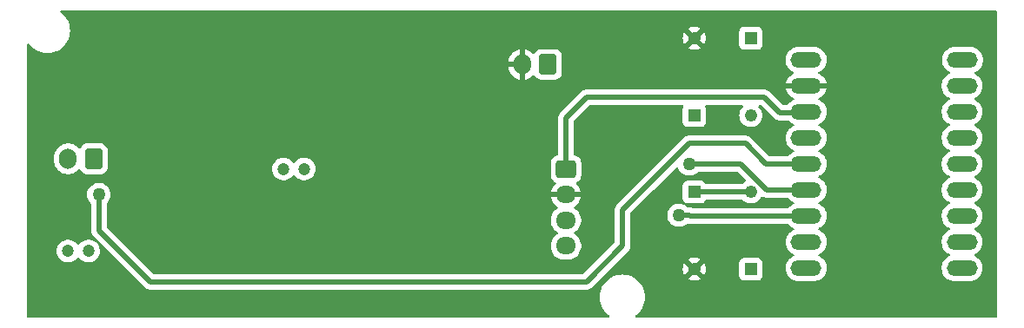
<source format=gbl>
G04 #@! TF.GenerationSoftware,KiCad,Pcbnew,8.0.9*
G04 #@! TF.CreationDate,2025-05-02T01:54:32-05:00*
G04 #@! TF.ProjectId,GSR sensor,47535220-7365-46e7-936f-722e6b696361,rev?*
G04 #@! TF.SameCoordinates,Original*
G04 #@! TF.FileFunction,Copper,L2,Bot*
G04 #@! TF.FilePolarity,Positive*
%FSLAX46Y46*%
G04 Gerber Fmt 4.6, Leading zero omitted, Abs format (unit mm)*
G04 Created by KiCad (PCBNEW 8.0.9) date 2025-05-02 01:54:32*
%MOMM*%
%LPD*%
G01*
G04 APERTURE LIST*
G04 Aperture macros list*
%AMRoundRect*
0 Rectangle with rounded corners*
0 $1 Rounding radius*
0 $2 $3 $4 $5 $6 $7 $8 $9 X,Y pos of 4 corners*
0 Add a 4 corners polygon primitive as box body*
4,1,4,$2,$3,$4,$5,$6,$7,$8,$9,$2,$3,0*
0 Add four circle primitives for the rounded corners*
1,1,$1+$1,$2,$3*
1,1,$1+$1,$4,$5*
1,1,$1+$1,$6,$7*
1,1,$1+$1,$8,$9*
0 Add four rect primitives between the rounded corners*
20,1,$1+$1,$2,$3,$4,$5,0*
20,1,$1+$1,$4,$5,$6,$7,0*
20,1,$1+$1,$6,$7,$8,$9,0*
20,1,$1+$1,$8,$9,$2,$3,0*%
G04 Aperture macros list end*
G04 #@! TA.AperFunction,ComponentPad*
%ADD10C,1.238000*%
G04 #@! TD*
G04 #@! TA.AperFunction,ComponentPad*
%ADD11R,1.238000X1.238000*%
G04 #@! TD*
G04 #@! TA.AperFunction,ComponentPad*
%ADD12O,3.000000X1.520000*%
G04 #@! TD*
G04 #@! TA.AperFunction,ComponentPad*
%ADD13C,1.200000*%
G04 #@! TD*
G04 #@! TA.AperFunction,ComponentPad*
%ADD14RoundRect,0.250000X0.600000X0.750000X-0.600000X0.750000X-0.600000X-0.750000X0.600000X-0.750000X0*%
G04 #@! TD*
G04 #@! TA.AperFunction,ComponentPad*
%ADD15O,1.700000X2.000000*%
G04 #@! TD*
G04 #@! TA.AperFunction,ComponentPad*
%ADD16RoundRect,0.250000X-0.725000X0.600000X-0.725000X-0.600000X0.725000X-0.600000X0.725000X0.600000X0*%
G04 #@! TD*
G04 #@! TA.AperFunction,ComponentPad*
%ADD17O,1.950000X1.700000*%
G04 #@! TD*
G04 #@! TA.AperFunction,ViaPad*
%ADD18C,1.270000*%
G04 #@! TD*
G04 #@! TA.AperFunction,Conductor*
%ADD19C,0.500000*%
G04 #@! TD*
G04 APERTURE END LIST*
D10*
X154000000Y-59731500D03*
D11*
X154000000Y-67268500D03*
D10*
X148500000Y-67268500D03*
D11*
X148500000Y-59731500D03*
D10*
X154000000Y-52268500D03*
D11*
X154000000Y-44731500D03*
D10*
X148500000Y-44731500D03*
D11*
X148500000Y-52268500D03*
D12*
X159381400Y-46839900D03*
X159398400Y-49379900D03*
X159398400Y-51919900D03*
X159398400Y-54459900D03*
X159398400Y-56999900D03*
X159398400Y-59539900D03*
X159398400Y-62079900D03*
X159398400Y-64619900D03*
X159398400Y-67159900D03*
X174584500Y-67159900D03*
X174584500Y-64619900D03*
X174584500Y-62079900D03*
X174584500Y-59539900D03*
X174584500Y-56999900D03*
X174584500Y-54459900D03*
X174584500Y-51919900D03*
X174584500Y-49379900D03*
X174618600Y-46839900D03*
D13*
X108500000Y-57500000D03*
X110500000Y-57500000D03*
D14*
X90000000Y-56500000D03*
D15*
X87500000Y-56500000D03*
D16*
X136000000Y-57500000D03*
D17*
X136000000Y-60000000D03*
X136000000Y-62500000D03*
X136000000Y-65000000D03*
D14*
X134250000Y-47300000D03*
D15*
X131750000Y-47300000D03*
D13*
X87500000Y-65500000D03*
X89500000Y-65500000D03*
D18*
X147000000Y-62000000D03*
X148000000Y-57000000D03*
X90500000Y-60000000D03*
D19*
X156800500Y-52000000D02*
X159318300Y-52000000D01*
X155300500Y-50500000D02*
X156800500Y-52000000D01*
X136000000Y-52500000D02*
X138000000Y-50500000D01*
X138000000Y-50500000D02*
X155300500Y-50500000D01*
X159318300Y-52000000D02*
X159398400Y-51919900D01*
X136000000Y-57500000D02*
X136000000Y-52500000D01*
X148079900Y-62079900D02*
X159398400Y-62079900D01*
X148000000Y-62000000D02*
X148079900Y-62079900D01*
X147000000Y-62000000D02*
X148000000Y-62000000D01*
X153500000Y-55000000D02*
X155500000Y-57000000D01*
X155500100Y-56999900D02*
X159398400Y-56999900D01*
X148000000Y-55000000D02*
X153500000Y-55000000D01*
X141500000Y-61500000D02*
X148000000Y-55000000D01*
X138000000Y-68500000D02*
X141500000Y-65000000D01*
X95500000Y-68500000D02*
X138000000Y-68500000D01*
X155500000Y-57000000D02*
X155500100Y-56999900D01*
X90500000Y-63500000D02*
X95500000Y-68500000D01*
X141500000Y-65000000D02*
X141500000Y-61500000D01*
X90500000Y-60000000D02*
X90500000Y-63500000D01*
X155539900Y-59539900D02*
X159398400Y-59539900D01*
X153000000Y-57000000D02*
X155539900Y-59539900D01*
X148000000Y-57000000D02*
X153000000Y-57000000D01*
X148500000Y-59731500D02*
X154000000Y-59731500D01*
G04 #@! TA.AperFunction,Conductor*
G36*
X177942539Y-42020185D02*
G01*
X177988294Y-42072989D01*
X177999500Y-42124500D01*
X177999500Y-71875500D01*
X177979815Y-71942539D01*
X177927011Y-71988294D01*
X177875500Y-71999500D01*
X142877106Y-71999500D01*
X142810067Y-71979815D01*
X142764312Y-71927011D01*
X142754368Y-71857853D01*
X142783393Y-71794297D01*
X142808215Y-71772398D01*
X142842455Y-71749519D01*
X143059327Y-71559327D01*
X143249520Y-71342454D01*
X143409778Y-71102611D01*
X143537359Y-70843902D01*
X143630081Y-70570753D01*
X143686356Y-70287839D01*
X143705222Y-70000000D01*
X143686356Y-69712161D01*
X143630081Y-69429247D01*
X143537359Y-69156098D01*
X143409778Y-68897389D01*
X143249520Y-68657546D01*
X143059327Y-68440672D01*
X142842452Y-68250478D01*
X142602613Y-68090223D01*
X142602606Y-68090219D01*
X142343905Y-67962642D01*
X142070760Y-67869921D01*
X142070754Y-67869919D01*
X142070753Y-67869919D01*
X142070751Y-67869918D01*
X142070745Y-67869917D01*
X141787849Y-67813646D01*
X141787839Y-67813644D01*
X141500000Y-67794778D01*
X141212161Y-67813644D01*
X141212155Y-67813645D01*
X141212150Y-67813646D01*
X140929254Y-67869917D01*
X140929239Y-67869921D01*
X140656094Y-67962642D01*
X140397393Y-68090219D01*
X140397386Y-68090223D01*
X140157547Y-68250478D01*
X139940672Y-68440672D01*
X139750478Y-68657547D01*
X139590223Y-68897386D01*
X139590219Y-68897393D01*
X139462642Y-69156094D01*
X139369921Y-69429239D01*
X139369917Y-69429254D01*
X139313646Y-69712150D01*
X139313644Y-69712162D01*
X139294778Y-70000000D01*
X139313644Y-70287837D01*
X139313646Y-70287849D01*
X139369917Y-70570745D01*
X139369921Y-70570760D01*
X139462642Y-70843905D01*
X139590219Y-71102606D01*
X139590223Y-71102613D01*
X139750478Y-71342452D01*
X139940672Y-71559327D01*
X140157544Y-71749519D01*
X140191785Y-71772398D01*
X140236590Y-71826010D01*
X140245297Y-71895335D01*
X140215142Y-71958363D01*
X140155699Y-71995082D01*
X140122894Y-71999500D01*
X83624500Y-71999500D01*
X83557461Y-71979815D01*
X83511706Y-71927011D01*
X83500500Y-71875500D01*
X83500500Y-65499999D01*
X86394785Y-65499999D01*
X86394785Y-65500000D01*
X86413602Y-65703082D01*
X86469417Y-65899247D01*
X86469422Y-65899260D01*
X86560327Y-66081821D01*
X86683237Y-66244581D01*
X86833958Y-66381980D01*
X86833960Y-66381982D01*
X86874631Y-66407164D01*
X87007363Y-66489348D01*
X87197544Y-66563024D01*
X87398024Y-66600500D01*
X87398026Y-66600500D01*
X87601974Y-66600500D01*
X87601976Y-66600500D01*
X87802456Y-66563024D01*
X87992637Y-66489348D01*
X88166041Y-66381981D01*
X88297084Y-66262520D01*
X88316762Y-66244581D01*
X88346123Y-66205702D01*
X88401046Y-66132970D01*
X88457155Y-66091335D01*
X88526867Y-66086644D01*
X88588049Y-66120386D01*
X88598951Y-66132967D01*
X88615628Y-66155051D01*
X88683237Y-66244581D01*
X88833958Y-66381980D01*
X88833960Y-66381982D01*
X88874631Y-66407164D01*
X89007363Y-66489348D01*
X89197544Y-66563024D01*
X89398024Y-66600500D01*
X89398026Y-66600500D01*
X89601974Y-66600500D01*
X89601976Y-66600500D01*
X89802456Y-66563024D01*
X89992637Y-66489348D01*
X90166041Y-66381981D01*
X90297084Y-66262520D01*
X90316762Y-66244581D01*
X90346119Y-66205706D01*
X90439673Y-66081821D01*
X90530582Y-65899250D01*
X90586397Y-65703083D01*
X90605215Y-65500000D01*
X90591825Y-65355501D01*
X90586397Y-65296917D01*
X90564204Y-65218917D01*
X90530582Y-65100750D01*
X90517221Y-65073918D01*
X90486272Y-65011764D01*
X90439673Y-64918179D01*
X90316764Y-64755421D01*
X90316762Y-64755418D01*
X90166041Y-64618019D01*
X90166039Y-64618017D01*
X89992642Y-64510655D01*
X89992635Y-64510651D01*
X89897546Y-64473814D01*
X89802456Y-64436976D01*
X89601976Y-64399500D01*
X89398024Y-64399500D01*
X89197544Y-64436976D01*
X89197541Y-64436976D01*
X89197541Y-64436977D01*
X89007364Y-64510651D01*
X89007357Y-64510655D01*
X88833960Y-64618017D01*
X88833958Y-64618019D01*
X88683237Y-64755419D01*
X88598954Y-64867028D01*
X88542845Y-64908664D01*
X88473133Y-64913355D01*
X88411951Y-64879613D01*
X88401046Y-64867028D01*
X88316762Y-64755419D01*
X88166041Y-64618019D01*
X88166039Y-64618017D01*
X87992642Y-64510655D01*
X87992635Y-64510651D01*
X87897546Y-64473814D01*
X87802456Y-64436976D01*
X87601976Y-64399500D01*
X87398024Y-64399500D01*
X87197544Y-64436976D01*
X87197541Y-64436976D01*
X87197541Y-64436977D01*
X87007364Y-64510651D01*
X87007357Y-64510655D01*
X86833960Y-64618017D01*
X86833958Y-64618019D01*
X86683237Y-64755418D01*
X86560327Y-64918178D01*
X86469422Y-65100739D01*
X86469417Y-65100752D01*
X86413602Y-65296917D01*
X86394785Y-65499999D01*
X83500500Y-65499999D01*
X83500500Y-59999999D01*
X89359635Y-59999999D01*
X89359635Y-60000000D01*
X89379051Y-60209537D01*
X89379051Y-60209539D01*
X89379052Y-60209542D01*
X89432778Y-60398370D01*
X89436642Y-60411950D01*
X89526709Y-60592828D01*
X89530442Y-60600325D01*
X89641500Y-60747390D01*
X89657261Y-60768260D01*
X89709038Y-60815461D01*
X89745319Y-60875172D01*
X89749500Y-60907098D01*
X89749500Y-63573918D01*
X89749500Y-63573920D01*
X89749499Y-63573920D01*
X89778340Y-63718907D01*
X89778343Y-63718917D01*
X89834913Y-63855490D01*
X89834916Y-63855495D01*
X89848722Y-63876156D01*
X89848723Y-63876161D01*
X89848725Y-63876161D01*
X89911355Y-63969896D01*
X89917049Y-63978417D01*
X95021586Y-69082954D01*
X95051058Y-69102645D01*
X95095270Y-69132186D01*
X95144505Y-69165084D01*
X95144506Y-69165084D01*
X95144507Y-69165085D01*
X95144509Y-69165086D01*
X95281082Y-69221656D01*
X95281087Y-69221658D01*
X95281091Y-69221658D01*
X95281092Y-69221659D01*
X95426079Y-69250500D01*
X95426082Y-69250500D01*
X138073920Y-69250500D01*
X138171462Y-69231096D01*
X138218913Y-69221658D01*
X138355495Y-69165084D01*
X138404729Y-69132186D01*
X138404734Y-69132183D01*
X138429071Y-69115921D01*
X138478416Y-69082952D01*
X140292868Y-67268499D01*
X147376206Y-67268499D01*
X147376206Y-67268500D01*
X147395340Y-67474992D01*
X147452094Y-67674464D01*
X147544529Y-67860098D01*
X147544532Y-67860102D01*
X147548968Y-67865976D01*
X147548970Y-67865976D01*
X148135000Y-67279946D01*
X148135000Y-67316553D01*
X148159874Y-67409385D01*
X148207927Y-67492616D01*
X148275884Y-67560573D01*
X148359115Y-67608626D01*
X148451947Y-67633500D01*
X148488553Y-67633500D01*
X147905509Y-68216541D01*
X147905510Y-68216542D01*
X147999078Y-68274477D01*
X147999084Y-68274479D01*
X148192460Y-68349393D01*
X148396311Y-68387500D01*
X148603689Y-68387500D01*
X148807538Y-68349393D01*
X148807539Y-68349393D01*
X149000917Y-68274479D01*
X149000918Y-68274478D01*
X149094489Y-68216541D01*
X148511448Y-67633500D01*
X148548053Y-67633500D01*
X148640885Y-67608626D01*
X148724116Y-67560573D01*
X148792073Y-67492616D01*
X148840126Y-67409385D01*
X148865000Y-67316553D01*
X148865000Y-67279947D01*
X149451029Y-67865976D01*
X149451030Y-67865976D01*
X149455465Y-67860106D01*
X149547905Y-67674464D01*
X149604659Y-67474992D01*
X149623794Y-67268500D01*
X149623794Y-67268499D01*
X149604659Y-67062007D01*
X149547905Y-66862535D01*
X149455467Y-66676897D01*
X149451029Y-66671022D01*
X148865000Y-67257051D01*
X148865000Y-67220447D01*
X148840126Y-67127615D01*
X148792073Y-67044384D01*
X148724116Y-66976427D01*
X148640885Y-66928374D01*
X148548053Y-66903500D01*
X148511447Y-66903500D01*
X148813311Y-66601635D01*
X152880500Y-66601635D01*
X152880500Y-67935370D01*
X152880501Y-67935376D01*
X152886908Y-67994983D01*
X152937202Y-68129828D01*
X152937206Y-68129835D01*
X153023452Y-68245044D01*
X153023455Y-68245047D01*
X153138664Y-68331293D01*
X153138671Y-68331297D01*
X153273517Y-68381591D01*
X153273516Y-68381591D01*
X153280444Y-68382335D01*
X153333127Y-68388000D01*
X154666872Y-68387999D01*
X154726483Y-68381591D01*
X154861331Y-68331296D01*
X154976546Y-68245046D01*
X155062796Y-68129831D01*
X155113091Y-67994983D01*
X155119500Y-67935373D01*
X155119499Y-66601628D01*
X155113091Y-66542017D01*
X155097141Y-66499254D01*
X155062797Y-66407171D01*
X155062793Y-66407164D01*
X154976547Y-66291955D01*
X154976544Y-66291952D01*
X154861335Y-66205706D01*
X154861328Y-66205702D01*
X154726482Y-66155408D01*
X154726483Y-66155408D01*
X154666883Y-66149001D01*
X154666881Y-66149000D01*
X154666873Y-66149000D01*
X154666864Y-66149000D01*
X153333129Y-66149000D01*
X153333123Y-66149001D01*
X153273516Y-66155408D01*
X153138671Y-66205702D01*
X153138664Y-66205706D01*
X153023455Y-66291952D01*
X153023452Y-66291955D01*
X152937206Y-66407164D01*
X152937202Y-66407171D01*
X152886908Y-66542017D01*
X152884650Y-66563024D01*
X152880501Y-66601623D01*
X152880500Y-66601635D01*
X148813311Y-66601635D01*
X149094489Y-66320457D01*
X149094488Y-66320456D01*
X149000921Y-66262523D01*
X149000915Y-66262520D01*
X148807539Y-66187606D01*
X148603689Y-66149500D01*
X148396311Y-66149500D01*
X148192461Y-66187606D01*
X148192460Y-66187606D01*
X147999084Y-66262520D01*
X147999081Y-66262521D01*
X147905509Y-66320457D01*
X148488554Y-66903500D01*
X148451947Y-66903500D01*
X148359115Y-66928374D01*
X148275884Y-66976427D01*
X148207927Y-67044384D01*
X148159874Y-67127615D01*
X148135000Y-67220447D01*
X148135000Y-67257052D01*
X147548969Y-66671021D01*
X147548968Y-66671021D01*
X147544533Y-66676894D01*
X147452094Y-66862535D01*
X147395340Y-67062007D01*
X147376206Y-67268499D01*
X140292868Y-67268499D01*
X142082951Y-65478416D01*
X142165084Y-65355495D01*
X142221658Y-65218913D01*
X142241170Y-65120821D01*
X142250500Y-65073918D01*
X142250500Y-61862229D01*
X142270185Y-61795190D01*
X142286819Y-61774548D01*
X144503997Y-59557370D01*
X146723819Y-57337547D01*
X146785140Y-57304064D01*
X146854832Y-57309048D01*
X146910765Y-57350920D01*
X146930764Y-57391294D01*
X146936640Y-57411947D01*
X146936641Y-57411948D01*
X147015009Y-57569331D01*
X147030442Y-57600325D01*
X147157260Y-57768259D01*
X147303481Y-57901557D01*
X147312776Y-57910030D01*
X147312778Y-57910032D01*
X147491692Y-58020811D01*
X147491698Y-58020814D01*
X147533268Y-58036918D01*
X147687924Y-58096832D01*
X147894780Y-58135500D01*
X147894782Y-58135500D01*
X148105218Y-58135500D01*
X148105220Y-58135500D01*
X148312076Y-58096832D01*
X148508304Y-58020813D01*
X148687223Y-57910031D01*
X148784821Y-57821059D01*
X148826721Y-57782863D01*
X148889525Y-57752246D01*
X148910259Y-57750500D01*
X152637770Y-57750500D01*
X152704809Y-57770185D01*
X152725451Y-57786819D01*
X153489969Y-58551337D01*
X153523454Y-58612660D01*
X153518470Y-58682352D01*
X153476598Y-58738285D01*
X153467566Y-58744445D01*
X153322461Y-58834291D01*
X153322460Y-58834292D01*
X153197029Y-58948637D01*
X153134227Y-58979254D01*
X153113492Y-58981000D01*
X149690229Y-58981000D01*
X149623190Y-58961315D01*
X149577435Y-58908511D01*
X149574047Y-58900333D01*
X149562797Y-58870171D01*
X149562793Y-58870164D01*
X149476547Y-58754955D01*
X149476544Y-58754952D01*
X149361335Y-58668706D01*
X149361328Y-58668702D01*
X149226482Y-58618408D01*
X149226483Y-58618408D01*
X149166883Y-58612001D01*
X149166881Y-58612000D01*
X149166873Y-58612000D01*
X149166864Y-58612000D01*
X147833129Y-58612000D01*
X147833123Y-58612001D01*
X147773516Y-58618408D01*
X147638671Y-58668702D01*
X147638664Y-58668706D01*
X147523455Y-58754952D01*
X147523452Y-58754955D01*
X147437206Y-58870164D01*
X147437202Y-58870171D01*
X147386908Y-59005017D01*
X147380501Y-59064616D01*
X147380500Y-59064635D01*
X147380500Y-60398370D01*
X147380501Y-60398376D01*
X147386908Y-60457983D01*
X147437202Y-60592828D01*
X147437206Y-60592835D01*
X147523452Y-60708044D01*
X147523455Y-60708047D01*
X147567681Y-60741155D01*
X147609552Y-60797089D01*
X147613585Y-60853491D01*
X147652836Y-60827325D01*
X147722696Y-60826151D01*
X147733098Y-60829516D01*
X147773517Y-60844591D01*
X147773516Y-60844591D01*
X147780444Y-60845335D01*
X147833127Y-60851000D01*
X149166872Y-60850999D01*
X149226483Y-60844591D01*
X149361331Y-60794296D01*
X149476546Y-60708046D01*
X149562796Y-60592831D01*
X149564572Y-60588066D01*
X149574047Y-60562667D01*
X149615918Y-60506733D01*
X149681383Y-60482316D01*
X149690229Y-60482000D01*
X153113492Y-60482000D01*
X153180531Y-60501685D01*
X153197026Y-60514359D01*
X153322460Y-60628708D01*
X153322462Y-60628709D01*
X153322463Y-60628710D01*
X153498854Y-60737927D01*
X153498860Y-60737930D01*
X153507185Y-60741155D01*
X153692322Y-60812877D01*
X153896263Y-60851000D01*
X153896265Y-60851000D01*
X154103735Y-60851000D01*
X154103737Y-60851000D01*
X154307678Y-60812877D01*
X154501142Y-60737929D01*
X154677540Y-60628708D01*
X154830865Y-60488933D01*
X154955896Y-60323366D01*
X154994394Y-60246050D01*
X155041894Y-60194815D01*
X155109557Y-60177393D01*
X155174283Y-60198220D01*
X155184405Y-60204984D01*
X155184406Y-60204984D01*
X155184407Y-60204985D01*
X155184409Y-60204986D01*
X155293083Y-60250000D01*
X155320987Y-60261558D01*
X155320991Y-60261558D01*
X155320992Y-60261559D01*
X155465979Y-60290400D01*
X155465982Y-60290400D01*
X155465983Y-60290400D01*
X155613817Y-60290400D01*
X157582424Y-60290400D01*
X157649463Y-60310085D01*
X157682742Y-60341515D01*
X157696938Y-60361054D01*
X157696942Y-60361059D01*
X157696944Y-60361061D01*
X157837239Y-60501356D01*
X157997754Y-60617977D01*
X158114035Y-60677224D01*
X158157586Y-60699415D01*
X158208382Y-60747390D01*
X158225177Y-60815211D01*
X158202640Y-60881346D01*
X158157586Y-60920385D01*
X157997752Y-61001824D01*
X157997749Y-61001826D01*
X157911655Y-61064377D01*
X157837239Y-61118444D01*
X157837237Y-61118446D01*
X157837236Y-61118446D01*
X157696942Y-61258740D01*
X157696938Y-61258745D01*
X157682742Y-61278285D01*
X157627412Y-61320951D01*
X157582424Y-61329400D01*
X148366843Y-61329400D01*
X148319390Y-61319961D01*
X148218913Y-61278342D01*
X148218907Y-61278340D01*
X148073920Y-61249500D01*
X148073918Y-61249500D01*
X147910259Y-61249500D01*
X147843220Y-61229815D01*
X147826721Y-61217137D01*
X147687222Y-61089968D01*
X147624488Y-61051125D01*
X147577852Y-60999097D01*
X147567605Y-60935443D01*
X147519727Y-60961587D01*
X147450035Y-60956602D01*
X147448576Y-60956048D01*
X147334226Y-60911749D01*
X147312076Y-60903168D01*
X147105220Y-60864500D01*
X146894780Y-60864500D01*
X146687924Y-60903168D01*
X146687921Y-60903168D01*
X146687921Y-60903169D01*
X146491698Y-60979185D01*
X146491692Y-60979188D01*
X146312779Y-61089967D01*
X146157261Y-61231739D01*
X146030442Y-61399674D01*
X145936642Y-61588049D01*
X145879051Y-61790462D01*
X145859635Y-61999999D01*
X145859635Y-62000000D01*
X145879051Y-62209537D01*
X145879051Y-62209539D01*
X145879052Y-62209542D01*
X145936641Y-62411947D01*
X146030442Y-62600325D01*
X146157260Y-62768259D01*
X146302938Y-62901062D01*
X146312776Y-62910030D01*
X146312778Y-62910032D01*
X146491692Y-63020811D01*
X146491698Y-63020814D01*
X146533268Y-63036918D01*
X146687924Y-63096832D01*
X146894780Y-63135500D01*
X146894782Y-63135500D01*
X147105218Y-63135500D01*
X147105220Y-63135500D01*
X147312076Y-63096832D01*
X147508304Y-63020813D01*
X147687223Y-62910031D01*
X147769730Y-62834815D01*
X147832533Y-62804198D01*
X147877452Y-62804833D01*
X147971993Y-62823639D01*
X147994652Y-62828146D01*
X148005981Y-62830400D01*
X148005982Y-62830400D01*
X148005983Y-62830400D01*
X148153818Y-62830400D01*
X157582424Y-62830400D01*
X157649463Y-62850085D01*
X157682742Y-62881515D01*
X157696938Y-62901054D01*
X157696942Y-62901059D01*
X157696944Y-62901061D01*
X157837239Y-63041356D01*
X157997754Y-63157977D01*
X158114035Y-63217224D01*
X158157586Y-63239415D01*
X158208382Y-63287390D01*
X158225177Y-63355211D01*
X158202640Y-63421346D01*
X158157586Y-63460385D01*
X157997752Y-63541824D01*
X157997749Y-63541826D01*
X157953579Y-63573918D01*
X157837239Y-63658444D01*
X157837237Y-63658446D01*
X157837236Y-63658446D01*
X157696946Y-63798736D01*
X157696946Y-63798737D01*
X157696944Y-63798739D01*
X157659470Y-63850318D01*
X157580326Y-63959249D01*
X157580324Y-63959252D01*
X157490250Y-64136031D01*
X157459593Y-64230384D01*
X157428937Y-64324732D01*
X157428936Y-64324735D01*
X157428936Y-64324737D01*
X157397900Y-64520690D01*
X157397900Y-64719109D01*
X157425555Y-64893713D01*
X157428937Y-64915068D01*
X157475540Y-65058496D01*
X157490250Y-65103768D01*
X157498940Y-65120822D01*
X157580323Y-65280546D01*
X157696944Y-65441061D01*
X157837239Y-65581356D01*
X157997754Y-65697977D01*
X158114035Y-65757224D01*
X158157586Y-65779415D01*
X158208382Y-65827390D01*
X158225177Y-65895211D01*
X158202640Y-65961346D01*
X158157586Y-66000385D01*
X157997752Y-66081824D01*
X157997749Y-66081826D01*
X157927355Y-66132971D01*
X157837239Y-66198444D01*
X157837237Y-66198446D01*
X157837236Y-66198446D01*
X157696946Y-66338736D01*
X157696946Y-66338737D01*
X157696944Y-66338739D01*
X157665528Y-66381980D01*
X157580326Y-66499249D01*
X157580324Y-66499252D01*
X157490250Y-66676031D01*
X157489970Y-66676894D01*
X157428937Y-66864732D01*
X157428936Y-66864735D01*
X157428936Y-66864737D01*
X157397900Y-67060690D01*
X157397900Y-67259109D01*
X157428936Y-67455062D01*
X157428937Y-67455068D01*
X157463218Y-67560573D01*
X157490250Y-67643768D01*
X157544124Y-67749500D01*
X157580323Y-67820546D01*
X157696944Y-67981061D01*
X157837239Y-68121356D01*
X157997754Y-68237977D01*
X158111200Y-68295780D01*
X158174531Y-68328049D01*
X158174533Y-68328049D01*
X158174536Y-68328051D01*
X158363232Y-68389363D01*
X158461214Y-68404881D01*
X158559191Y-68420400D01*
X158559196Y-68420400D01*
X160237609Y-68420400D01*
X160326678Y-68406292D01*
X160433568Y-68389363D01*
X160622264Y-68328051D01*
X160799046Y-68237977D01*
X160959561Y-68121356D01*
X161099856Y-67981061D01*
X161216477Y-67820546D01*
X161306551Y-67643764D01*
X161367863Y-67455068D01*
X161397412Y-67268501D01*
X161398900Y-67259109D01*
X161398900Y-67060690D01*
X161381970Y-66953806D01*
X161367863Y-66864732D01*
X161306551Y-66676036D01*
X161306549Y-66676033D01*
X161306549Y-66676031D01*
X161268636Y-66601623D01*
X161216477Y-66499254D01*
X161099856Y-66338739D01*
X160959561Y-66198444D01*
X160799046Y-66081823D01*
X160639212Y-66000384D01*
X160588417Y-65952411D01*
X160571622Y-65884590D01*
X160594159Y-65818455D01*
X160639213Y-65779415D01*
X160799046Y-65697977D01*
X160959561Y-65581356D01*
X161099856Y-65441061D01*
X161216477Y-65280546D01*
X161306551Y-65103764D01*
X161367863Y-64915068D01*
X161384792Y-64808178D01*
X161398900Y-64719109D01*
X161398900Y-64520690D01*
X161379705Y-64399500D01*
X161367863Y-64324732D01*
X161306551Y-64136036D01*
X161306549Y-64136033D01*
X161306549Y-64136031D01*
X161274280Y-64072700D01*
X161216477Y-63959254D01*
X161099856Y-63798739D01*
X160959561Y-63658444D01*
X160799046Y-63541823D01*
X160639212Y-63460384D01*
X160588417Y-63412411D01*
X160571622Y-63344590D01*
X160594159Y-63278455D01*
X160639213Y-63239415D01*
X160666619Y-63225451D01*
X160799046Y-63157977D01*
X160959561Y-63041356D01*
X161099856Y-62901061D01*
X161216477Y-62740546D01*
X161306551Y-62563764D01*
X161367863Y-62375068D01*
X161384792Y-62268178D01*
X161398900Y-62179109D01*
X161398900Y-61980690D01*
X161369042Y-61792179D01*
X161367863Y-61784732D01*
X161306551Y-61596036D01*
X161306549Y-61596033D01*
X161306549Y-61596031D01*
X161242277Y-61469890D01*
X161216477Y-61419254D01*
X161099856Y-61258739D01*
X160959561Y-61118444D01*
X160799046Y-61001823D01*
X160639212Y-60920384D01*
X160588417Y-60872411D01*
X160571622Y-60804590D01*
X160594159Y-60738455D01*
X160639213Y-60699415D01*
X160799046Y-60617977D01*
X160959561Y-60501356D01*
X161099856Y-60361061D01*
X161216477Y-60200546D01*
X161306551Y-60023764D01*
X161367863Y-59835068D01*
X161387934Y-59708343D01*
X161398900Y-59639109D01*
X161398900Y-59440690D01*
X161375419Y-59292442D01*
X161367863Y-59244732D01*
X161306551Y-59056036D01*
X161306549Y-59056033D01*
X161306549Y-59056031D01*
X161264467Y-58973441D01*
X161216477Y-58879254D01*
X161099856Y-58718739D01*
X160959561Y-58578444D01*
X160799046Y-58461823D01*
X160639212Y-58380384D01*
X160588417Y-58332411D01*
X160571622Y-58264590D01*
X160594159Y-58198455D01*
X160639213Y-58159415D01*
X160657656Y-58150018D01*
X160799046Y-58077977D01*
X160959561Y-57961356D01*
X161099856Y-57821061D01*
X161216477Y-57660546D01*
X161306551Y-57483764D01*
X161367863Y-57295068D01*
X161387923Y-57168412D01*
X161398900Y-57099109D01*
X161398900Y-56900690D01*
X161375891Y-56755419D01*
X161367863Y-56704732D01*
X161306551Y-56516036D01*
X161306549Y-56516033D01*
X161306549Y-56516031D01*
X161263398Y-56431342D01*
X161216477Y-56339254D01*
X161099856Y-56178739D01*
X160959561Y-56038444D01*
X160799046Y-55921823D01*
X160639212Y-55840384D01*
X160588417Y-55792411D01*
X160571622Y-55724590D01*
X160594159Y-55658455D01*
X160639213Y-55619415D01*
X160799046Y-55537977D01*
X160959561Y-55421356D01*
X161099856Y-55281061D01*
X161216477Y-55120546D01*
X161306551Y-54943764D01*
X161367863Y-54755068D01*
X161384792Y-54648178D01*
X161398900Y-54559109D01*
X161398900Y-54360690D01*
X161381289Y-54249500D01*
X161367863Y-54164732D01*
X161306551Y-53976036D01*
X161306549Y-53976033D01*
X161306549Y-53976031D01*
X161274280Y-53912700D01*
X161216477Y-53799254D01*
X161099856Y-53638739D01*
X160959561Y-53498444D01*
X160799046Y-53381823D01*
X160639212Y-53300384D01*
X160588417Y-53252411D01*
X160571622Y-53184590D01*
X160594159Y-53118455D01*
X160639213Y-53079415D01*
X160799046Y-52997977D01*
X160959561Y-52881356D01*
X161099856Y-52741061D01*
X161216477Y-52580546D01*
X161306551Y-52403764D01*
X161367863Y-52215068D01*
X161386837Y-52095268D01*
X161398900Y-52019109D01*
X161398900Y-51820690D01*
X161376083Y-51676633D01*
X161367863Y-51624732D01*
X161306551Y-51436036D01*
X161306549Y-51436033D01*
X161306549Y-51436031D01*
X161233138Y-51291954D01*
X161216477Y-51259254D01*
X161099856Y-51098739D01*
X160959561Y-50958444D01*
X160799046Y-50841823D01*
X160638662Y-50760104D01*
X160587866Y-50712129D01*
X160571071Y-50644309D01*
X160593608Y-50578174D01*
X160638662Y-50539134D01*
X160798787Y-50457545D01*
X160959228Y-50340979D01*
X160959233Y-50340975D01*
X161099475Y-50200733D01*
X161099479Y-50200728D01*
X161216045Y-50040287D01*
X161306088Y-49863572D01*
X161306090Y-49863566D01*
X161367374Y-49674949D01*
X161374509Y-49629900D01*
X159781991Y-49629900D01*
X159824442Y-49556373D01*
X159855600Y-49440092D01*
X159855600Y-49319708D01*
X159845145Y-49280690D01*
X172584000Y-49280690D01*
X172584000Y-49479109D01*
X172607883Y-49629900D01*
X172615037Y-49675068D01*
X172648594Y-49778343D01*
X172676350Y-49863768D01*
X172703500Y-49917052D01*
X172766423Y-50040546D01*
X172883044Y-50201061D01*
X173023339Y-50341356D01*
X173183854Y-50457977D01*
X173300135Y-50517224D01*
X173343686Y-50539415D01*
X173394482Y-50587390D01*
X173411277Y-50655211D01*
X173388740Y-50721346D01*
X173343686Y-50760385D01*
X173183852Y-50841824D01*
X173183849Y-50841826D01*
X173097755Y-50904377D01*
X173023339Y-50958444D01*
X173023337Y-50958446D01*
X173023336Y-50958446D01*
X172883046Y-51098736D01*
X172883046Y-51098737D01*
X172883044Y-51098739D01*
X172828977Y-51173155D01*
X172766426Y-51259249D01*
X172766424Y-51259252D01*
X172676350Y-51436031D01*
X172645693Y-51530384D01*
X172615037Y-51624732D01*
X172615036Y-51624735D01*
X172615036Y-51624737D01*
X172584000Y-51820690D01*
X172584000Y-52019109D01*
X172615036Y-52215062D01*
X172615037Y-52215068D01*
X172636490Y-52281092D01*
X172676350Y-52403768D01*
X172737521Y-52523822D01*
X172766423Y-52580546D01*
X172883044Y-52741061D01*
X173023339Y-52881356D01*
X173183854Y-52997977D01*
X173300135Y-53057224D01*
X173343686Y-53079415D01*
X173394482Y-53127390D01*
X173411277Y-53195211D01*
X173388740Y-53261346D01*
X173343686Y-53300385D01*
X173183852Y-53381824D01*
X173183849Y-53381826D01*
X173097755Y-53444377D01*
X173023339Y-53498444D01*
X173023337Y-53498446D01*
X173023336Y-53498446D01*
X172883046Y-53638736D01*
X172883046Y-53638737D01*
X172883044Y-53638739D01*
X172828977Y-53713155D01*
X172766426Y-53799249D01*
X172766424Y-53799252D01*
X172676350Y-53976031D01*
X172645693Y-54070384D01*
X172615037Y-54164732D01*
X172615036Y-54164735D01*
X172615036Y-54164737D01*
X172584000Y-54360690D01*
X172584000Y-54559109D01*
X172615036Y-54755062D01*
X172615037Y-54755068D01*
X172661640Y-54898496D01*
X172676350Y-54943768D01*
X172721691Y-55032754D01*
X172766423Y-55120546D01*
X172883044Y-55281061D01*
X173023339Y-55421356D01*
X173183854Y-55537977D01*
X173300087Y-55597200D01*
X173343686Y-55619415D01*
X173394482Y-55667390D01*
X173411277Y-55735211D01*
X173388740Y-55801346D01*
X173343686Y-55840385D01*
X173183852Y-55921824D01*
X173183849Y-55921826D01*
X173104899Y-55979187D01*
X173023339Y-56038444D01*
X173023337Y-56038446D01*
X173023336Y-56038446D01*
X172883046Y-56178736D01*
X172883046Y-56178737D01*
X172883044Y-56178739D01*
X172856564Y-56215186D01*
X172766426Y-56339249D01*
X172766424Y-56339252D01*
X172676350Y-56516031D01*
X172655350Y-56580663D01*
X172615037Y-56704732D01*
X172615036Y-56704735D01*
X172615036Y-56704737D01*
X172584000Y-56900690D01*
X172584000Y-57099109D01*
X172601491Y-57209542D01*
X172615037Y-57295068D01*
X172650040Y-57402795D01*
X172676350Y-57483768D01*
X172726887Y-57582952D01*
X172766423Y-57660546D01*
X172883044Y-57821061D01*
X173023339Y-57961356D01*
X173183854Y-58077977D01*
X173291787Y-58132971D01*
X173343686Y-58159415D01*
X173394482Y-58207390D01*
X173411277Y-58275211D01*
X173388740Y-58341346D01*
X173343686Y-58380385D01*
X173183852Y-58461824D01*
X173183849Y-58461826D01*
X173145969Y-58489348D01*
X173023339Y-58578444D01*
X173023337Y-58578446D01*
X173023336Y-58578446D01*
X172883046Y-58718736D01*
X172883046Y-58718737D01*
X172883044Y-58718739D01*
X172856732Y-58754955D01*
X172766426Y-58879249D01*
X172766424Y-58879252D01*
X172676350Y-59056031D01*
X172655390Y-59120540D01*
X172615037Y-59244732D01*
X172615036Y-59244735D01*
X172615036Y-59244737D01*
X172584000Y-59440690D01*
X172584000Y-59639109D01*
X172607972Y-59790462D01*
X172615037Y-59835068D01*
X172661640Y-59978496D01*
X172676350Y-60023768D01*
X172723305Y-60115922D01*
X172766423Y-60200546D01*
X172883044Y-60361061D01*
X173023339Y-60501356D01*
X173183854Y-60617977D01*
X173300135Y-60677224D01*
X173343686Y-60699415D01*
X173394482Y-60747390D01*
X173411277Y-60815211D01*
X173388740Y-60881346D01*
X173343686Y-60920385D01*
X173183852Y-61001824D01*
X173183849Y-61001826D01*
X173097755Y-61064377D01*
X173023339Y-61118444D01*
X173023337Y-61118446D01*
X173023336Y-61118446D01*
X172883046Y-61258736D01*
X172883046Y-61258737D01*
X172883044Y-61258739D01*
X172866804Y-61281092D01*
X172766426Y-61419249D01*
X172766424Y-61419252D01*
X172676350Y-61596031D01*
X172668493Y-61620213D01*
X172615037Y-61784732D01*
X172615036Y-61784735D01*
X172615036Y-61784737D01*
X172584000Y-61980690D01*
X172584000Y-62179109D01*
X172615036Y-62375062D01*
X172615037Y-62375068D01*
X172661640Y-62518496D01*
X172676350Y-62563768D01*
X172698015Y-62606287D01*
X172766423Y-62740546D01*
X172883044Y-62901061D01*
X173023339Y-63041356D01*
X173183854Y-63157977D01*
X173300135Y-63217224D01*
X173343686Y-63239415D01*
X173394482Y-63287390D01*
X173411277Y-63355211D01*
X173388740Y-63421346D01*
X173343686Y-63460385D01*
X173183852Y-63541824D01*
X173183849Y-63541826D01*
X173139679Y-63573918D01*
X173023339Y-63658444D01*
X173023337Y-63658446D01*
X173023336Y-63658446D01*
X172883046Y-63798736D01*
X172883046Y-63798737D01*
X172883044Y-63798739D01*
X172845570Y-63850318D01*
X172766426Y-63959249D01*
X172766424Y-63959252D01*
X172676350Y-64136031D01*
X172645693Y-64230384D01*
X172615037Y-64324732D01*
X172615036Y-64324735D01*
X172615036Y-64324737D01*
X172584000Y-64520690D01*
X172584000Y-64719109D01*
X172611655Y-64893713D01*
X172615037Y-64915068D01*
X172661640Y-65058496D01*
X172676350Y-65103768D01*
X172685040Y-65120822D01*
X172766423Y-65280546D01*
X172883044Y-65441061D01*
X173023339Y-65581356D01*
X173183854Y-65697977D01*
X173300135Y-65757224D01*
X173343686Y-65779415D01*
X173394482Y-65827390D01*
X173411277Y-65895211D01*
X173388740Y-65961346D01*
X173343686Y-66000385D01*
X173183852Y-66081824D01*
X173183849Y-66081826D01*
X173113455Y-66132971D01*
X173023339Y-66198444D01*
X173023337Y-66198446D01*
X173023336Y-66198446D01*
X172883046Y-66338736D01*
X172883046Y-66338737D01*
X172883044Y-66338739D01*
X172851628Y-66381980D01*
X172766426Y-66499249D01*
X172766424Y-66499252D01*
X172676350Y-66676031D01*
X172676070Y-66676894D01*
X172615037Y-66864732D01*
X172615036Y-66864735D01*
X172615036Y-66864737D01*
X172584000Y-67060690D01*
X172584000Y-67259109D01*
X172615036Y-67455062D01*
X172615037Y-67455068D01*
X172649318Y-67560573D01*
X172676350Y-67643768D01*
X172730224Y-67749500D01*
X172766423Y-67820546D01*
X172883044Y-67981061D01*
X173023339Y-68121356D01*
X173183854Y-68237977D01*
X173297300Y-68295780D01*
X173360631Y-68328049D01*
X173360633Y-68328049D01*
X173360636Y-68328051D01*
X173549332Y-68389363D01*
X173647314Y-68404881D01*
X173745291Y-68420400D01*
X173745296Y-68420400D01*
X175423709Y-68420400D01*
X175512778Y-68406292D01*
X175619668Y-68389363D01*
X175808364Y-68328051D01*
X175985146Y-68237977D01*
X176145661Y-68121356D01*
X176285956Y-67981061D01*
X176402577Y-67820546D01*
X176492651Y-67643764D01*
X176553963Y-67455068D01*
X176583512Y-67268501D01*
X176585000Y-67259109D01*
X176585000Y-67060690D01*
X176568070Y-66953806D01*
X176553963Y-66864732D01*
X176492651Y-66676036D01*
X176492649Y-66676033D01*
X176492649Y-66676031D01*
X176454736Y-66601623D01*
X176402577Y-66499254D01*
X176285956Y-66338739D01*
X176145661Y-66198444D01*
X175985146Y-66081823D01*
X175825312Y-66000384D01*
X175774517Y-65952411D01*
X175757722Y-65884590D01*
X175780259Y-65818455D01*
X175825313Y-65779415D01*
X175985146Y-65697977D01*
X176145661Y-65581356D01*
X176285956Y-65441061D01*
X176402577Y-65280546D01*
X176492651Y-65103764D01*
X176553963Y-64915068D01*
X176570892Y-64808178D01*
X176585000Y-64719109D01*
X176585000Y-64520690D01*
X176565805Y-64399500D01*
X176553963Y-64324732D01*
X176492651Y-64136036D01*
X176492649Y-64136033D01*
X176492649Y-64136031D01*
X176460380Y-64072700D01*
X176402577Y-63959254D01*
X176285956Y-63798739D01*
X176145661Y-63658444D01*
X175985146Y-63541823D01*
X175825312Y-63460384D01*
X175774517Y-63412411D01*
X175757722Y-63344590D01*
X175780259Y-63278455D01*
X175825313Y-63239415D01*
X175852719Y-63225451D01*
X175985146Y-63157977D01*
X176145661Y-63041356D01*
X176285956Y-62901061D01*
X176402577Y-62740546D01*
X176492651Y-62563764D01*
X176553963Y-62375068D01*
X176570892Y-62268178D01*
X176585000Y-62179109D01*
X176585000Y-61980690D01*
X176555142Y-61792179D01*
X176553963Y-61784732D01*
X176492651Y-61596036D01*
X176492649Y-61596033D01*
X176492649Y-61596031D01*
X176428377Y-61469890D01*
X176402577Y-61419254D01*
X176285956Y-61258739D01*
X176145661Y-61118444D01*
X175985146Y-61001823D01*
X175825312Y-60920384D01*
X175774517Y-60872411D01*
X175757722Y-60804590D01*
X175780259Y-60738455D01*
X175825313Y-60699415D01*
X175985146Y-60617977D01*
X176145661Y-60501356D01*
X176285956Y-60361061D01*
X176402577Y-60200546D01*
X176492651Y-60023764D01*
X176553963Y-59835068D01*
X176574034Y-59708343D01*
X176585000Y-59639109D01*
X176585000Y-59440690D01*
X176561519Y-59292442D01*
X176553963Y-59244732D01*
X176492651Y-59056036D01*
X176492649Y-59056033D01*
X176492649Y-59056031D01*
X176450567Y-58973441D01*
X176402577Y-58879254D01*
X176285956Y-58718739D01*
X176145661Y-58578444D01*
X175985146Y-58461823D01*
X175825312Y-58380384D01*
X175774517Y-58332411D01*
X175757722Y-58264590D01*
X175780259Y-58198455D01*
X175825313Y-58159415D01*
X175843756Y-58150018D01*
X175985146Y-58077977D01*
X176145661Y-57961356D01*
X176285956Y-57821061D01*
X176402577Y-57660546D01*
X176492651Y-57483764D01*
X176553963Y-57295068D01*
X176574023Y-57168412D01*
X176585000Y-57099109D01*
X176585000Y-56900690D01*
X176561991Y-56755419D01*
X176553963Y-56704732D01*
X176492651Y-56516036D01*
X176492649Y-56516033D01*
X176492649Y-56516031D01*
X176449498Y-56431342D01*
X176402577Y-56339254D01*
X176285956Y-56178739D01*
X176145661Y-56038444D01*
X175985146Y-55921823D01*
X175825312Y-55840384D01*
X175774517Y-55792411D01*
X175757722Y-55724590D01*
X175780259Y-55658455D01*
X175825313Y-55619415D01*
X175985146Y-55537977D01*
X176145661Y-55421356D01*
X176285956Y-55281061D01*
X176402577Y-55120546D01*
X176492651Y-54943764D01*
X176553963Y-54755068D01*
X176570892Y-54648178D01*
X176585000Y-54559109D01*
X176585000Y-54360690D01*
X176567389Y-54249500D01*
X176553963Y-54164732D01*
X176492651Y-53976036D01*
X176492649Y-53976033D01*
X176492649Y-53976031D01*
X176460380Y-53912700D01*
X176402577Y-53799254D01*
X176285956Y-53638739D01*
X176145661Y-53498444D01*
X175985146Y-53381823D01*
X175825312Y-53300384D01*
X175774517Y-53252411D01*
X175757722Y-53184590D01*
X175780259Y-53118455D01*
X175825313Y-53079415D01*
X175985146Y-52997977D01*
X176145661Y-52881356D01*
X176285956Y-52741061D01*
X176402577Y-52580546D01*
X176492651Y-52403764D01*
X176553963Y-52215068D01*
X176572937Y-52095268D01*
X176585000Y-52019109D01*
X176585000Y-51820690D01*
X176562183Y-51676633D01*
X176553963Y-51624732D01*
X176492651Y-51436036D01*
X176492649Y-51436033D01*
X176492649Y-51436031D01*
X176419238Y-51291954D01*
X176402577Y-51259254D01*
X176285956Y-51098739D01*
X176145661Y-50958444D01*
X175985146Y-50841823D01*
X175825312Y-50760384D01*
X175774517Y-50712411D01*
X175757722Y-50644590D01*
X175780259Y-50578455D01*
X175825313Y-50539415D01*
X175985146Y-50457977D01*
X176145661Y-50341356D01*
X176285956Y-50201061D01*
X176402577Y-50040546D01*
X176492651Y-49863764D01*
X176553963Y-49675068D01*
X176572762Y-49556373D01*
X176585000Y-49479109D01*
X176585000Y-49280690D01*
X176568070Y-49173806D01*
X176553963Y-49084732D01*
X176492651Y-48896036D01*
X176492649Y-48896033D01*
X176492649Y-48896031D01*
X176432117Y-48777231D01*
X176402577Y-48719254D01*
X176285956Y-48558739D01*
X176145661Y-48418444D01*
X175985146Y-48301823D01*
X175842363Y-48229072D01*
X175791567Y-48181097D01*
X175774772Y-48113276D01*
X175797309Y-48047142D01*
X175842364Y-48008102D01*
X175867364Y-47995364D01*
X176019246Y-47917977D01*
X176179761Y-47801356D01*
X176320056Y-47661061D01*
X176436677Y-47500546D01*
X176526751Y-47323764D01*
X176588063Y-47135068D01*
X176610565Y-46992993D01*
X176619100Y-46939109D01*
X176619100Y-46740690D01*
X176601850Y-46631782D01*
X176588063Y-46544732D01*
X176526751Y-46356036D01*
X176526749Y-46356033D01*
X176526749Y-46356031D01*
X176483189Y-46270540D01*
X176436677Y-46179254D01*
X176320056Y-46018739D01*
X176179761Y-45878444D01*
X176019246Y-45761823D01*
X175913702Y-45708046D01*
X175842468Y-45671750D01*
X175797196Y-45657040D01*
X175653768Y-45610437D01*
X175653762Y-45610436D01*
X175457809Y-45579400D01*
X175457804Y-45579400D01*
X173779396Y-45579400D01*
X173779391Y-45579400D01*
X173583437Y-45610436D01*
X173583435Y-45610436D01*
X173583432Y-45610437D01*
X173489084Y-45641093D01*
X173394731Y-45671750D01*
X173217952Y-45761824D01*
X173217949Y-45761826D01*
X173148350Y-45812393D01*
X173057439Y-45878444D01*
X173057437Y-45878446D01*
X173057436Y-45878446D01*
X172917146Y-46018736D01*
X172917146Y-46018737D01*
X172917144Y-46018739D01*
X172903616Y-46037359D01*
X172800526Y-46179249D01*
X172800524Y-46179252D01*
X172710450Y-46356031D01*
X172679793Y-46450384D01*
X172649137Y-46544732D01*
X172649136Y-46544735D01*
X172649136Y-46544737D01*
X172618100Y-46740690D01*
X172618100Y-46939109D01*
X172644693Y-47107007D01*
X172649137Y-47135068D01*
X172681339Y-47234174D01*
X172710450Y-47323768D01*
X172731880Y-47365826D01*
X172800523Y-47500546D01*
X172917144Y-47661061D01*
X173057439Y-47801356D01*
X173217954Y-47917977D01*
X173360736Y-47990727D01*
X173411532Y-48038701D01*
X173428327Y-48106522D01*
X173405790Y-48172657D01*
X173360736Y-48211697D01*
X173183852Y-48301824D01*
X173183849Y-48301826D01*
X173111727Y-48354226D01*
X173023339Y-48418444D01*
X173023337Y-48418446D01*
X173023336Y-48418446D01*
X172883046Y-48558736D01*
X172883046Y-48558737D01*
X172883044Y-48558739D01*
X172828977Y-48633155D01*
X172766426Y-48719249D01*
X172766424Y-48719252D01*
X172676350Y-48896031D01*
X172667685Y-48922700D01*
X172615037Y-49084732D01*
X172615036Y-49084735D01*
X172615036Y-49084737D01*
X172584000Y-49280690D01*
X159845145Y-49280690D01*
X159824442Y-49203427D01*
X159781991Y-49129900D01*
X161374510Y-49129900D01*
X161374509Y-49129899D01*
X161367374Y-49084850D01*
X161306090Y-48896233D01*
X161306088Y-48896227D01*
X161216045Y-48719512D01*
X161099479Y-48559071D01*
X161099475Y-48559066D01*
X160959233Y-48418824D01*
X160959228Y-48418820D01*
X160798785Y-48302252D01*
X160630162Y-48216333D01*
X160579367Y-48168359D01*
X160562572Y-48100538D01*
X160585110Y-48034403D01*
X160630164Y-47995364D01*
X160683443Y-47968217D01*
X160782046Y-47917977D01*
X160942561Y-47801356D01*
X161082856Y-47661061D01*
X161199477Y-47500546D01*
X161289551Y-47323764D01*
X161350863Y-47135068D01*
X161373365Y-46992993D01*
X161381900Y-46939109D01*
X161381900Y-46740690D01*
X161364650Y-46631782D01*
X161350863Y-46544732D01*
X161289551Y-46356036D01*
X161289549Y-46356033D01*
X161289549Y-46356031D01*
X161245989Y-46270540D01*
X161199477Y-46179254D01*
X161082856Y-46018739D01*
X160942561Y-45878444D01*
X160782046Y-45761823D01*
X160676502Y-45708046D01*
X160605268Y-45671750D01*
X160559996Y-45657040D01*
X160416568Y-45610437D01*
X160416562Y-45610436D01*
X160220609Y-45579400D01*
X160220604Y-45579400D01*
X158542196Y-45579400D01*
X158542191Y-45579400D01*
X158346237Y-45610436D01*
X158346235Y-45610436D01*
X158346232Y-45610437D01*
X158251884Y-45641093D01*
X158157531Y-45671750D01*
X157980752Y-45761824D01*
X157980749Y-45761826D01*
X157911150Y-45812393D01*
X157820239Y-45878444D01*
X157820237Y-45878446D01*
X157820236Y-45878446D01*
X157679946Y-46018736D01*
X157679946Y-46018737D01*
X157679944Y-46018739D01*
X157666416Y-46037359D01*
X157563326Y-46179249D01*
X157563324Y-46179252D01*
X157473250Y-46356031D01*
X157442593Y-46450384D01*
X157411937Y-46544732D01*
X157411936Y-46544735D01*
X157411936Y-46544737D01*
X157380900Y-46740690D01*
X157380900Y-46939109D01*
X157407493Y-47107007D01*
X157411937Y-47135068D01*
X157444139Y-47234174D01*
X157473250Y-47323768D01*
X157494680Y-47365826D01*
X157563323Y-47500546D01*
X157679944Y-47661061D01*
X157820239Y-47801356D01*
X157980754Y-47917977D01*
X158149637Y-48004026D01*
X158200433Y-48052000D01*
X158217228Y-48119821D01*
X158194691Y-48185956D01*
X158149638Y-48224995D01*
X157998014Y-48302252D01*
X157837571Y-48418820D01*
X157837566Y-48418824D01*
X157697324Y-48559066D01*
X157697320Y-48559071D01*
X157580754Y-48719512D01*
X157490711Y-48896227D01*
X157490709Y-48896233D01*
X157429425Y-49084850D01*
X157422290Y-49129899D01*
X157422290Y-49129900D01*
X159014809Y-49129900D01*
X158972358Y-49203427D01*
X158941200Y-49319708D01*
X158941200Y-49440092D01*
X158972358Y-49556373D01*
X159014809Y-49629900D01*
X157422290Y-49629900D01*
X157429425Y-49674949D01*
X157490709Y-49863566D01*
X157490711Y-49863572D01*
X157580754Y-50040287D01*
X157697320Y-50200728D01*
X157697324Y-50200733D01*
X157837566Y-50340975D01*
X157837571Y-50340979D01*
X157998012Y-50457545D01*
X158158137Y-50539134D01*
X158208933Y-50587109D01*
X158225728Y-50654930D01*
X158203190Y-50721065D01*
X158158137Y-50760104D01*
X157997752Y-50841824D01*
X157997749Y-50841826D01*
X157911655Y-50904377D01*
X157837239Y-50958444D01*
X157837237Y-50958446D01*
X157837236Y-50958446D01*
X157696944Y-51098738D01*
X157664059Y-51144000D01*
X157624546Y-51198386D01*
X157569218Y-51241051D01*
X157524229Y-51249500D01*
X157162729Y-51249500D01*
X157095690Y-51229815D01*
X157075048Y-51213181D01*
X155778921Y-49917052D01*
X155778920Y-49917051D01*
X155699169Y-49863764D01*
X155699168Y-49863763D01*
X155656000Y-49834919D01*
X155655988Y-49834912D01*
X155519417Y-49778343D01*
X155519407Y-49778340D01*
X155374420Y-49749500D01*
X155374418Y-49749500D01*
X137926082Y-49749500D01*
X137926080Y-49749500D01*
X137781092Y-49778340D01*
X137781082Y-49778343D01*
X137644511Y-49834912D01*
X137644504Y-49834916D01*
X137641236Y-49837100D01*
X137601331Y-49863764D01*
X137581527Y-49876996D01*
X137521581Y-49917050D01*
X137521580Y-49917051D01*
X135417050Y-52021580D01*
X135417044Y-52021588D01*
X135367812Y-52095268D01*
X135367813Y-52095269D01*
X135334921Y-52144496D01*
X135334914Y-52144508D01*
X135278342Y-52281086D01*
X135278340Y-52281092D01*
X135249500Y-52426079D01*
X135249500Y-56035018D01*
X135229815Y-56102057D01*
X135177011Y-56147812D01*
X135138107Y-56158376D01*
X135122200Y-56160001D01*
X134955668Y-56215185D01*
X134955663Y-56215187D01*
X134806342Y-56307289D01*
X134682289Y-56431342D01*
X134590187Y-56580663D01*
X134590186Y-56580666D01*
X134535001Y-56747203D01*
X134535001Y-56747204D01*
X134535000Y-56747204D01*
X134524500Y-56849983D01*
X134524500Y-58150001D01*
X134524501Y-58150018D01*
X134535000Y-58252796D01*
X134535001Y-58252799D01*
X134577808Y-58381980D01*
X134590186Y-58419334D01*
X134682288Y-58568656D01*
X134806344Y-58692712D01*
X134931186Y-58769715D01*
X134961558Y-58788448D01*
X135008283Y-58840396D01*
X135019506Y-58909358D01*
X134991663Y-58973441D01*
X134984144Y-58981668D01*
X134845271Y-59120541D01*
X134720379Y-59292442D01*
X134623904Y-59481782D01*
X134558242Y-59683870D01*
X134558242Y-59683873D01*
X134547769Y-59750000D01*
X135595854Y-59750000D01*
X135557370Y-59816657D01*
X135525000Y-59937465D01*
X135525000Y-60062535D01*
X135557370Y-60183343D01*
X135595854Y-60250000D01*
X134547769Y-60250000D01*
X134558242Y-60316126D01*
X134558242Y-60316129D01*
X134623904Y-60518217D01*
X134720379Y-60707557D01*
X134845272Y-60879459D01*
X134845276Y-60879464D01*
X134995535Y-61029723D01*
X134995540Y-61029727D01*
X135160218Y-61149372D01*
X135202884Y-61204701D01*
X135208863Y-61274315D01*
X135176258Y-61336110D01*
X135160218Y-61350008D01*
X134995214Y-61469890D01*
X134995209Y-61469894D01*
X134844890Y-61620213D01*
X134719951Y-61792179D01*
X134623444Y-61981585D01*
X134557753Y-62183760D01*
X134553670Y-62209542D01*
X134524500Y-62393713D01*
X134524500Y-62606287D01*
X134557754Y-62816243D01*
X134588227Y-62910030D01*
X134623444Y-63018414D01*
X134719951Y-63207820D01*
X134844890Y-63379786D01*
X134995209Y-63530105D01*
X134995214Y-63530109D01*
X135159793Y-63649682D01*
X135202459Y-63705011D01*
X135208438Y-63774625D01*
X135175833Y-63836420D01*
X135159793Y-63850318D01*
X134995214Y-63969890D01*
X134995209Y-63969894D01*
X134844890Y-64120213D01*
X134719951Y-64292179D01*
X134623444Y-64481585D01*
X134623443Y-64481587D01*
X134623443Y-64481588D01*
X134613999Y-64510655D01*
X134557753Y-64683760D01*
X134524500Y-64893713D01*
X134524500Y-65106286D01*
X134552100Y-65280550D01*
X134557754Y-65316243D01*
X134617460Y-65499999D01*
X134623444Y-65518414D01*
X134719951Y-65707820D01*
X134844890Y-65879786D01*
X134995213Y-66030109D01*
X135167179Y-66155048D01*
X135167181Y-66155049D01*
X135167184Y-66155051D01*
X135356588Y-66251557D01*
X135558757Y-66317246D01*
X135768713Y-66350500D01*
X135768714Y-66350500D01*
X136231286Y-66350500D01*
X136231287Y-66350500D01*
X136441243Y-66317246D01*
X136643412Y-66251557D01*
X136832816Y-66155051D01*
X136880529Y-66120386D01*
X137004786Y-66030109D01*
X137004788Y-66030106D01*
X137004792Y-66030104D01*
X137155104Y-65879792D01*
X137155106Y-65879788D01*
X137155109Y-65879786D01*
X137280048Y-65707820D01*
X137280047Y-65707820D01*
X137280051Y-65707816D01*
X137376557Y-65518412D01*
X137442246Y-65316243D01*
X137475500Y-65106287D01*
X137475500Y-64893713D01*
X137442246Y-64683757D01*
X137376557Y-64481588D01*
X137280051Y-64292184D01*
X137280049Y-64292181D01*
X137280048Y-64292179D01*
X137155109Y-64120213D01*
X137004792Y-63969896D01*
X136990142Y-63959252D01*
X136840204Y-63850316D01*
X136797540Y-63794989D01*
X136791561Y-63725376D01*
X136824166Y-63663580D01*
X136840199Y-63649686D01*
X137004792Y-63530104D01*
X137155104Y-63379792D01*
X137155106Y-63379788D01*
X137155109Y-63379786D01*
X137264086Y-63229789D01*
X137280051Y-63207816D01*
X137376557Y-63018412D01*
X137442246Y-62816243D01*
X137475500Y-62606287D01*
X137475500Y-62393713D01*
X137442246Y-62183757D01*
X137376557Y-61981588D01*
X137280051Y-61792184D01*
X137280049Y-61792181D01*
X137280048Y-61792179D01*
X137155109Y-61620213D01*
X137004790Y-61469894D01*
X137004785Y-61469890D01*
X136839781Y-61350008D01*
X136797115Y-61294678D01*
X136791136Y-61225065D01*
X136823741Y-61163270D01*
X136839781Y-61149371D01*
X137004466Y-61029721D01*
X137154723Y-60879464D01*
X137154727Y-60879459D01*
X137279620Y-60707557D01*
X137376095Y-60518217D01*
X137441757Y-60316129D01*
X137441757Y-60316126D01*
X137452231Y-60250000D01*
X136404146Y-60250000D01*
X136442630Y-60183343D01*
X136475000Y-60062535D01*
X136475000Y-59937465D01*
X136442630Y-59816657D01*
X136404146Y-59750000D01*
X137452231Y-59750000D01*
X137441757Y-59683873D01*
X137441757Y-59683870D01*
X137376095Y-59481782D01*
X137279620Y-59292442D01*
X137154727Y-59120540D01*
X137154723Y-59120535D01*
X137015856Y-58981668D01*
X136982371Y-58920345D01*
X136987355Y-58850653D01*
X137029227Y-58794720D01*
X137038441Y-58788448D01*
X137044331Y-58784814D01*
X137044334Y-58784814D01*
X137193656Y-58692712D01*
X137317712Y-58568656D01*
X137409814Y-58419334D01*
X137464999Y-58252797D01*
X137475500Y-58150009D01*
X137475499Y-56849992D01*
X137464999Y-56747203D01*
X137409814Y-56580666D01*
X137317712Y-56431344D01*
X137193656Y-56307288D01*
X137068052Y-56229815D01*
X137044336Y-56215187D01*
X137044331Y-56215185D01*
X137042862Y-56214698D01*
X136877797Y-56160001D01*
X136873965Y-56159609D01*
X136861894Y-56158376D01*
X136797203Y-56131978D01*
X136757053Y-56074796D01*
X136750500Y-56035018D01*
X136750500Y-52862229D01*
X136770185Y-52795190D01*
X136786819Y-52774548D01*
X138274548Y-51286819D01*
X138335871Y-51253334D01*
X138362229Y-51250500D01*
X147317044Y-51250500D01*
X147384083Y-51270185D01*
X147429838Y-51322989D01*
X147439782Y-51392147D01*
X147433226Y-51417833D01*
X147386908Y-51542017D01*
X147380501Y-51601616D01*
X147380501Y-51601623D01*
X147380500Y-51601635D01*
X147380500Y-52935370D01*
X147380501Y-52935376D01*
X147386908Y-52994983D01*
X147437202Y-53129828D01*
X147437206Y-53129835D01*
X147523452Y-53245044D01*
X147523455Y-53245047D01*
X147638664Y-53331293D01*
X147638671Y-53331297D01*
X147773517Y-53381591D01*
X147773516Y-53381591D01*
X147780444Y-53382335D01*
X147833127Y-53388000D01*
X149166872Y-53387999D01*
X149226483Y-53381591D01*
X149361331Y-53331296D01*
X149476546Y-53245046D01*
X149562796Y-53129831D01*
X149613091Y-52994983D01*
X149619500Y-52935373D01*
X149619499Y-51601628D01*
X149613091Y-51542017D01*
X149613091Y-51542016D01*
X149566774Y-51417833D01*
X149561790Y-51348141D01*
X149595275Y-51286818D01*
X149656599Y-51253334D01*
X149682956Y-51250500D01*
X153134882Y-51250500D01*
X153201921Y-51270185D01*
X153247676Y-51322989D01*
X153257620Y-51392147D01*
X153228595Y-51455703D01*
X153218420Y-51466137D01*
X153169136Y-51511064D01*
X153044104Y-51676633D01*
X152951625Y-51862355D01*
X152951622Y-51862361D01*
X152894847Y-52061908D01*
X152894846Y-52061911D01*
X152875704Y-52268499D01*
X152875704Y-52268500D01*
X152894846Y-52475088D01*
X152894847Y-52475091D01*
X152951622Y-52674638D01*
X152951625Y-52674644D01*
X153044104Y-52860366D01*
X153169136Y-53025935D01*
X153322459Y-53165707D01*
X153322461Y-53165709D01*
X153498854Y-53274927D01*
X153498860Y-53274930D01*
X153539844Y-53290807D01*
X153692322Y-53349877D01*
X153896263Y-53388000D01*
X153896265Y-53388000D01*
X154103735Y-53388000D01*
X154103737Y-53388000D01*
X154307678Y-53349877D01*
X154501142Y-53274929D01*
X154677540Y-53165708D01*
X154830865Y-53025933D01*
X154955896Y-52860366D01*
X155048375Y-52674643D01*
X155048375Y-52674640D01*
X155048377Y-52674638D01*
X155105152Y-52475091D01*
X155105153Y-52475088D01*
X155124296Y-52268500D01*
X155124296Y-52268499D01*
X155105153Y-52061911D01*
X155105152Y-52061908D01*
X155048377Y-51862361D01*
X155048374Y-51862355D01*
X155027627Y-51820690D01*
X154955896Y-51676634D01*
X154895911Y-51597202D01*
X154830863Y-51511064D01*
X154781580Y-51466137D01*
X154745298Y-51406426D01*
X154747059Y-51336578D01*
X154786303Y-51278771D01*
X154850570Y-51251356D01*
X154865118Y-51250500D01*
X154938270Y-51250500D01*
X155005309Y-51270185D01*
X155025951Y-51286819D01*
X156322080Y-52582948D01*
X156322084Y-52582951D01*
X156444998Y-52665080D01*
X156445011Y-52665087D01*
X156581582Y-52721656D01*
X156581587Y-52721658D01*
X156581591Y-52721658D01*
X156581592Y-52721659D01*
X156726579Y-52750500D01*
X156726582Y-52750500D01*
X156874417Y-52750500D01*
X157655021Y-52750500D01*
X157722060Y-52770185D01*
X157742702Y-52786819D01*
X157837239Y-52881356D01*
X157997754Y-52997977D01*
X158114035Y-53057224D01*
X158157586Y-53079415D01*
X158208382Y-53127390D01*
X158225177Y-53195211D01*
X158202640Y-53261346D01*
X158157586Y-53300385D01*
X157997752Y-53381824D01*
X157997749Y-53381826D01*
X157911655Y-53444377D01*
X157837239Y-53498444D01*
X157837237Y-53498446D01*
X157837236Y-53498446D01*
X157696946Y-53638736D01*
X157696946Y-53638737D01*
X157696944Y-53638739D01*
X157642877Y-53713155D01*
X157580326Y-53799249D01*
X157580324Y-53799252D01*
X157490250Y-53976031D01*
X157459593Y-54070384D01*
X157428937Y-54164732D01*
X157428936Y-54164735D01*
X157428936Y-54164737D01*
X157397900Y-54360690D01*
X157397900Y-54559109D01*
X157428936Y-54755062D01*
X157428937Y-54755068D01*
X157475540Y-54898496D01*
X157490250Y-54943768D01*
X157535591Y-55032754D01*
X157580323Y-55120546D01*
X157696944Y-55281061D01*
X157837239Y-55421356D01*
X157997754Y-55537977D01*
X158113987Y-55597200D01*
X158157586Y-55619415D01*
X158208382Y-55667390D01*
X158225177Y-55735211D01*
X158202640Y-55801346D01*
X158157586Y-55840385D01*
X157997752Y-55921824D01*
X157997749Y-55921826D01*
X157918799Y-55979187D01*
X157837239Y-56038444D01*
X157837237Y-56038446D01*
X157837236Y-56038446D01*
X157696942Y-56178740D01*
X157696938Y-56178745D01*
X157682742Y-56198285D01*
X157627412Y-56240951D01*
X157582424Y-56249400D01*
X155862129Y-56249400D01*
X155795090Y-56229715D01*
X155774448Y-56213081D01*
X153978421Y-54417052D01*
X153978414Y-54417046D01*
X153901408Y-54365593D01*
X153901408Y-54365594D01*
X153855491Y-54334913D01*
X153718917Y-54278343D01*
X153718907Y-54278340D01*
X153573920Y-54249500D01*
X153573918Y-54249500D01*
X148073917Y-54249500D01*
X147926082Y-54249500D01*
X147926080Y-54249500D01*
X147781092Y-54278340D01*
X147781082Y-54278343D01*
X147644511Y-54334912D01*
X147644498Y-54334919D01*
X147521584Y-54417048D01*
X147521580Y-54417051D01*
X140917048Y-61021583D01*
X140911607Y-61029727D01*
X140871356Y-61089969D01*
X140853136Y-61117237D01*
X140834916Y-61144504D01*
X140834912Y-61144511D01*
X140778343Y-61281082D01*
X140778340Y-61281092D01*
X140749500Y-61426079D01*
X140749500Y-64637770D01*
X140729815Y-64704809D01*
X140713181Y-64725451D01*
X137725451Y-67713181D01*
X137664128Y-67746666D01*
X137637770Y-67749500D01*
X95862230Y-67749500D01*
X95795191Y-67729815D01*
X95774549Y-67713181D01*
X91286819Y-63225451D01*
X91253334Y-63164128D01*
X91250500Y-63137770D01*
X91250500Y-60907098D01*
X91270185Y-60840059D01*
X91290962Y-60815461D01*
X91314182Y-60794293D01*
X91342740Y-60768259D01*
X91469558Y-60600325D01*
X91563359Y-60411947D01*
X91620948Y-60209542D01*
X91640365Y-60000000D01*
X91620948Y-59790458D01*
X91563359Y-59588053D01*
X91469558Y-59399675D01*
X91342740Y-59231741D01*
X91187223Y-59089969D01*
X91187221Y-59089967D01*
X91008307Y-58979188D01*
X91008301Y-58979185D01*
X90825868Y-58908511D01*
X90812076Y-58903168D01*
X90605220Y-58864500D01*
X90394780Y-58864500D01*
X90187924Y-58903168D01*
X90187921Y-58903168D01*
X90187921Y-58903169D01*
X89991698Y-58979185D01*
X89991692Y-58979188D01*
X89812778Y-59089967D01*
X89812776Y-59089969D01*
X89657261Y-59231739D01*
X89530442Y-59399674D01*
X89436642Y-59588049D01*
X89379051Y-59790462D01*
X89359635Y-59999999D01*
X83500500Y-59999999D01*
X83500500Y-56243713D01*
X86149500Y-56243713D01*
X86149500Y-56756286D01*
X86164341Y-56849992D01*
X86182754Y-56966243D01*
X86226458Y-57100750D01*
X86248444Y-57168414D01*
X86344951Y-57357820D01*
X86469890Y-57529786D01*
X86620213Y-57680109D01*
X86792179Y-57805048D01*
X86792181Y-57805049D01*
X86792184Y-57805051D01*
X86981588Y-57901557D01*
X87183757Y-57967246D01*
X87393713Y-58000500D01*
X87393714Y-58000500D01*
X87606286Y-58000500D01*
X87606287Y-58000500D01*
X87816243Y-57967246D01*
X88018412Y-57901557D01*
X88207816Y-57805051D01*
X88322596Y-57721659D01*
X88379784Y-57680110D01*
X88379784Y-57680109D01*
X88379792Y-57680104D01*
X88518604Y-57541291D01*
X88579923Y-57507809D01*
X88649615Y-57512793D01*
X88705549Y-57554664D01*
X88711821Y-57563878D01*
X88715185Y-57569333D01*
X88715186Y-57569334D01*
X88807288Y-57718656D01*
X88931344Y-57842712D01*
X89080666Y-57934814D01*
X89247203Y-57989999D01*
X89349991Y-58000500D01*
X90650008Y-58000499D01*
X90752797Y-57989999D01*
X90919334Y-57934814D01*
X91068656Y-57842712D01*
X91192712Y-57718656D01*
X91284814Y-57569334D01*
X91307789Y-57499999D01*
X107394785Y-57499999D01*
X107394785Y-57500000D01*
X107413602Y-57703082D01*
X107469417Y-57899247D01*
X107469422Y-57899260D01*
X107560327Y-58081821D01*
X107683237Y-58244581D01*
X107833958Y-58381980D01*
X107833960Y-58381982D01*
X107933141Y-58443392D01*
X108007363Y-58489348D01*
X108197544Y-58563024D01*
X108398024Y-58600500D01*
X108398026Y-58600500D01*
X108601974Y-58600500D01*
X108601976Y-58600500D01*
X108802456Y-58563024D01*
X108992637Y-58489348D01*
X109166041Y-58381981D01*
X109307750Y-58252796D01*
X109316762Y-58244581D01*
X109328255Y-58229363D01*
X109401046Y-58132970D01*
X109457155Y-58091335D01*
X109526867Y-58086644D01*
X109588049Y-58120386D01*
X109598951Y-58132967D01*
X109611827Y-58150018D01*
X109683237Y-58244581D01*
X109833958Y-58381980D01*
X109833960Y-58381982D01*
X109933141Y-58443392D01*
X110007363Y-58489348D01*
X110197544Y-58563024D01*
X110398024Y-58600500D01*
X110398026Y-58600500D01*
X110601974Y-58600500D01*
X110601976Y-58600500D01*
X110802456Y-58563024D01*
X110992637Y-58489348D01*
X111166041Y-58381981D01*
X111307750Y-58252796D01*
X111316762Y-58244581D01*
X111316764Y-58244579D01*
X111439673Y-58081821D01*
X111530582Y-57899250D01*
X111586397Y-57703083D01*
X111605215Y-57500000D01*
X111586397Y-57296917D01*
X111530582Y-57100750D01*
X111529762Y-57099104D01*
X111463604Y-56966239D01*
X111439673Y-56918179D01*
X111316764Y-56755421D01*
X111316762Y-56755418D01*
X111166041Y-56618019D01*
X111166039Y-56618017D01*
X110992642Y-56510655D01*
X110992635Y-56510651D01*
X110897546Y-56473814D01*
X110802456Y-56436976D01*
X110601976Y-56399500D01*
X110398024Y-56399500D01*
X110197544Y-56436976D01*
X110197541Y-56436976D01*
X110197541Y-56436977D01*
X110007364Y-56510651D01*
X110007357Y-56510655D01*
X109833960Y-56618017D01*
X109833958Y-56618019D01*
X109683237Y-56755419D01*
X109598954Y-56867028D01*
X109542845Y-56908664D01*
X109473133Y-56913355D01*
X109411951Y-56879613D01*
X109401046Y-56867028D01*
X109363186Y-56816894D01*
X109316764Y-56755421D01*
X109307750Y-56747204D01*
X109166041Y-56618019D01*
X109166039Y-56618017D01*
X108992642Y-56510655D01*
X108992635Y-56510651D01*
X108897546Y-56473814D01*
X108802456Y-56436976D01*
X108601976Y-56399500D01*
X108398024Y-56399500D01*
X108197544Y-56436976D01*
X108197541Y-56436976D01*
X108197541Y-56436977D01*
X108007364Y-56510651D01*
X108007357Y-56510655D01*
X107833960Y-56618017D01*
X107833958Y-56618019D01*
X107683237Y-56755418D01*
X107560327Y-56918178D01*
X107469422Y-57100739D01*
X107469417Y-57100752D01*
X107413602Y-57296917D01*
X107394785Y-57499999D01*
X91307789Y-57499999D01*
X91339999Y-57402797D01*
X91350500Y-57300009D01*
X91350499Y-55699992D01*
X91339999Y-55597203D01*
X91284814Y-55430666D01*
X91192712Y-55281344D01*
X91068656Y-55157288D01*
X90919334Y-55065186D01*
X90752797Y-55010001D01*
X90752795Y-55010000D01*
X90650010Y-54999500D01*
X89349998Y-54999500D01*
X89349981Y-54999501D01*
X89247203Y-55010000D01*
X89247200Y-55010001D01*
X89080668Y-55065185D01*
X89080663Y-55065187D01*
X88931342Y-55157289D01*
X88807289Y-55281342D01*
X88711821Y-55436121D01*
X88659873Y-55482845D01*
X88590910Y-55494068D01*
X88526828Y-55466224D01*
X88518601Y-55458705D01*
X88379786Y-55319890D01*
X88207820Y-55194951D01*
X88018414Y-55098444D01*
X88018413Y-55098443D01*
X88018412Y-55098443D01*
X87816243Y-55032754D01*
X87816241Y-55032753D01*
X87816240Y-55032753D01*
X87654957Y-55007208D01*
X87606287Y-54999500D01*
X87393713Y-54999500D01*
X87345042Y-55007208D01*
X87183760Y-55032753D01*
X86981585Y-55098444D01*
X86792179Y-55194951D01*
X86620213Y-55319890D01*
X86469890Y-55470213D01*
X86344951Y-55642179D01*
X86248444Y-55831585D01*
X86182753Y-56033760D01*
X86149500Y-56243713D01*
X83500500Y-56243713D01*
X83500500Y-47043753D01*
X130400000Y-47043753D01*
X130400000Y-47050000D01*
X131316988Y-47050000D01*
X131284075Y-47107007D01*
X131250000Y-47234174D01*
X131250000Y-47365826D01*
X131284075Y-47492993D01*
X131316988Y-47550000D01*
X130400000Y-47550000D01*
X130400000Y-47556246D01*
X130433242Y-47766127D01*
X130433242Y-47766130D01*
X130498904Y-47968217D01*
X130595379Y-48157557D01*
X130720272Y-48329459D01*
X130720276Y-48329464D01*
X130870535Y-48479723D01*
X130870540Y-48479727D01*
X131042442Y-48604620D01*
X131231782Y-48701095D01*
X131433871Y-48766757D01*
X131500000Y-48777231D01*
X131500000Y-47733012D01*
X131557007Y-47765925D01*
X131684174Y-47800000D01*
X131815826Y-47800000D01*
X131942993Y-47765925D01*
X132000000Y-47733012D01*
X132000000Y-48777230D01*
X132066126Y-48766757D01*
X132066129Y-48766757D01*
X132268217Y-48701095D01*
X132457557Y-48604620D01*
X132629458Y-48479728D01*
X132768330Y-48340856D01*
X132829653Y-48307371D01*
X132899345Y-48312355D01*
X132955279Y-48354226D01*
X132961551Y-48363440D01*
X132965185Y-48369331D01*
X132965186Y-48369334D01*
X133057288Y-48518656D01*
X133181344Y-48642712D01*
X133330666Y-48734814D01*
X133497203Y-48789999D01*
X133599991Y-48800500D01*
X134900008Y-48800499D01*
X135002797Y-48789999D01*
X135169334Y-48734814D01*
X135318656Y-48642712D01*
X135442712Y-48518656D01*
X135534814Y-48369334D01*
X135589999Y-48202797D01*
X135600500Y-48100009D01*
X135600499Y-46499992D01*
X135589999Y-46397203D01*
X135534814Y-46230666D01*
X135442712Y-46081344D01*
X135318656Y-45957288D01*
X135169334Y-45865186D01*
X135002797Y-45810001D01*
X135002795Y-45810000D01*
X134900010Y-45799500D01*
X133599998Y-45799500D01*
X133599981Y-45799501D01*
X133497203Y-45810000D01*
X133497200Y-45810001D01*
X133330668Y-45865185D01*
X133330663Y-45865187D01*
X133181342Y-45957289D01*
X133057289Y-46081342D01*
X132961551Y-46236559D01*
X132909603Y-46283283D01*
X132840640Y-46294506D01*
X132776558Y-46266662D01*
X132768331Y-46259143D01*
X132629464Y-46120276D01*
X132629459Y-46120272D01*
X132457557Y-45995379D01*
X132268215Y-45898903D01*
X132066124Y-45833241D01*
X132000000Y-45822768D01*
X132000000Y-46866988D01*
X131942993Y-46834075D01*
X131815826Y-46800000D01*
X131684174Y-46800000D01*
X131557007Y-46834075D01*
X131500000Y-46866988D01*
X131500000Y-45822768D01*
X131499999Y-45822768D01*
X131433875Y-45833241D01*
X131231784Y-45898903D01*
X131042442Y-45995379D01*
X130870540Y-46120272D01*
X130870535Y-46120276D01*
X130720276Y-46270535D01*
X130720272Y-46270540D01*
X130595379Y-46442442D01*
X130498904Y-46631782D01*
X130433242Y-46833869D01*
X130433242Y-46833872D01*
X130400000Y-47043753D01*
X83500500Y-47043753D01*
X83500500Y-45377105D01*
X83520185Y-45310066D01*
X83572989Y-45264311D01*
X83642147Y-45254367D01*
X83705703Y-45283392D01*
X83727599Y-45308211D01*
X83741475Y-45328977D01*
X83750482Y-45342457D01*
X83940672Y-45559327D01*
X84157547Y-45749521D01*
X84330651Y-45865185D01*
X84397389Y-45909778D01*
X84656098Y-46037359D01*
X84929247Y-46130081D01*
X85212161Y-46186356D01*
X85500000Y-46205222D01*
X85787839Y-46186356D01*
X86070753Y-46130081D01*
X86343902Y-46037359D01*
X86602611Y-45909778D01*
X86842454Y-45749520D01*
X87059327Y-45559327D01*
X87249520Y-45342454D01*
X87409778Y-45102611D01*
X87537359Y-44843902D01*
X87575515Y-44731499D01*
X147376206Y-44731499D01*
X147376206Y-44731500D01*
X147395340Y-44937992D01*
X147452094Y-45137464D01*
X147544529Y-45323098D01*
X147544532Y-45323102D01*
X147548968Y-45328976D01*
X147548970Y-45328976D01*
X148135000Y-44742946D01*
X148135000Y-44779553D01*
X148159874Y-44872385D01*
X148207927Y-44955616D01*
X148275884Y-45023573D01*
X148359115Y-45071626D01*
X148451947Y-45096500D01*
X148488553Y-45096500D01*
X147905509Y-45679541D01*
X147905510Y-45679542D01*
X147999078Y-45737477D01*
X147999084Y-45737479D01*
X148192460Y-45812393D01*
X148396311Y-45850500D01*
X148603689Y-45850500D01*
X148807538Y-45812393D01*
X148807539Y-45812393D01*
X149000917Y-45737479D01*
X149000918Y-45737478D01*
X149094489Y-45679541D01*
X148511448Y-45096500D01*
X148548053Y-45096500D01*
X148640885Y-45071626D01*
X148724116Y-45023573D01*
X148792073Y-44955616D01*
X148840126Y-44872385D01*
X148865000Y-44779553D01*
X148865000Y-44742948D01*
X149451029Y-45328977D01*
X149451030Y-45328976D01*
X149455465Y-45323106D01*
X149547905Y-45137464D01*
X149604659Y-44937992D01*
X149623794Y-44731500D01*
X149623794Y-44731499D01*
X149604659Y-44525007D01*
X149547905Y-44325535D01*
X149455467Y-44139897D01*
X149451029Y-44134022D01*
X148865000Y-44720051D01*
X148865000Y-44683447D01*
X148840126Y-44590615D01*
X148792073Y-44507384D01*
X148724116Y-44439427D01*
X148640885Y-44391374D01*
X148548053Y-44366500D01*
X148511447Y-44366500D01*
X148813311Y-44064635D01*
X152880500Y-44064635D01*
X152880500Y-45398370D01*
X152880501Y-45398376D01*
X152886908Y-45457983D01*
X152937202Y-45592828D01*
X152937206Y-45592835D01*
X153023452Y-45708044D01*
X153023455Y-45708047D01*
X153138664Y-45794293D01*
X153138671Y-45794297D01*
X153273517Y-45844591D01*
X153273516Y-45844591D01*
X153280444Y-45845335D01*
X153333127Y-45851000D01*
X154666872Y-45850999D01*
X154726483Y-45844591D01*
X154861331Y-45794296D01*
X154976546Y-45708046D01*
X155062796Y-45592831D01*
X155113091Y-45457983D01*
X155119500Y-45398373D01*
X155119499Y-44064628D01*
X155113091Y-44005017D01*
X155062796Y-43870169D01*
X155062795Y-43870168D01*
X155062793Y-43870164D01*
X154976547Y-43754955D01*
X154976544Y-43754952D01*
X154861335Y-43668706D01*
X154861328Y-43668702D01*
X154726482Y-43618408D01*
X154726483Y-43618408D01*
X154666883Y-43612001D01*
X154666881Y-43612000D01*
X154666873Y-43612000D01*
X154666864Y-43612000D01*
X153333129Y-43612000D01*
X153333123Y-43612001D01*
X153273516Y-43618408D01*
X153138671Y-43668702D01*
X153138664Y-43668706D01*
X153023455Y-43754952D01*
X153023452Y-43754955D01*
X152937206Y-43870164D01*
X152937202Y-43870171D01*
X152886908Y-44005017D01*
X152880501Y-44064616D01*
X152880501Y-44064623D01*
X152880500Y-44064635D01*
X148813311Y-44064635D01*
X149094489Y-43783457D01*
X149094488Y-43783456D01*
X149000921Y-43725523D01*
X149000915Y-43725520D01*
X148807539Y-43650606D01*
X148603689Y-43612500D01*
X148396311Y-43612500D01*
X148192461Y-43650606D01*
X148192460Y-43650606D01*
X147999084Y-43725520D01*
X147999081Y-43725521D01*
X147905509Y-43783457D01*
X148488554Y-44366500D01*
X148451947Y-44366500D01*
X148359115Y-44391374D01*
X148275884Y-44439427D01*
X148207927Y-44507384D01*
X148159874Y-44590615D01*
X148135000Y-44683447D01*
X148135000Y-44720052D01*
X147548969Y-44134021D01*
X147548968Y-44134021D01*
X147544533Y-44139894D01*
X147452094Y-44325535D01*
X147395340Y-44525007D01*
X147376206Y-44731499D01*
X87575515Y-44731499D01*
X87630081Y-44570753D01*
X87686356Y-44287839D01*
X87705222Y-44000000D01*
X87686356Y-43712161D01*
X87630081Y-43429247D01*
X87537359Y-43156098D01*
X87409778Y-42897389D01*
X87348458Y-42805617D01*
X87249521Y-42657547D01*
X87059327Y-42440672D01*
X86842455Y-42250480D01*
X86808215Y-42227602D01*
X86763410Y-42173990D01*
X86754703Y-42104665D01*
X86784858Y-42041637D01*
X86844301Y-42004918D01*
X86877106Y-42000500D01*
X177875500Y-42000500D01*
X177942539Y-42020185D01*
G37*
G04 #@! TD.AperFunction*
M02*

</source>
